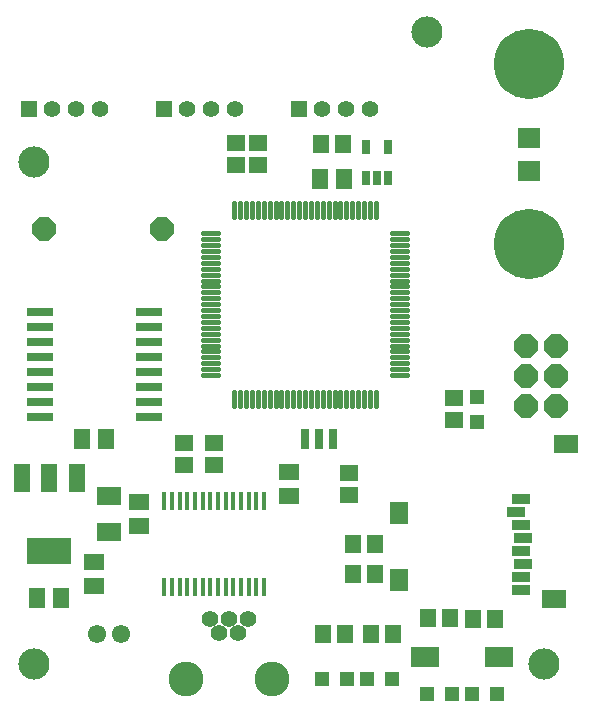
<source format=gts>
G75*
%MOIN*%
%OFA0B0*%
%FSLAX24Y24*%
%IPPOS*%
%LPD*%
%AMOC8*
5,1,8,0,0,1.08239X$1,22.5*
%
%ADD10C,0.1040*%
%ADD11R,0.0670X0.0552*%
%ADD12R,0.0552X0.0631*%
%ADD13R,0.0552X0.0670*%
%ADD14R,0.0906X0.0276*%
%ADD15C,0.0158*%
%ADD16R,0.0631X0.0552*%
%ADD17R,0.0512X0.0512*%
%ADD18OC8,0.0800*%
%ADD19OC8,0.0780*%
%ADD20R,0.0177X0.0590*%
%ADD21R,0.0827X0.0631*%
%ADD22C,0.0555*%
%ADD23C,0.1162*%
%ADD24R,0.0520X0.0920*%
%ADD25R,0.1457X0.0906*%
%ADD26R,0.0591X0.0749*%
%ADD27R,0.0788X0.0591*%
%ADD28R,0.0631X0.0355*%
%ADD29R,0.0749X0.0670*%
%ADD30R,0.0257X0.0512*%
%ADD31R,0.0555X0.0555*%
%ADD32R,0.0316X0.0709*%
%ADD33C,0.0610*%
%ADD34C,0.2340*%
%ADD35R,0.0946X0.0670*%
D10*
X006833Y007000D03*
X023833Y007000D03*
X006833Y023736D03*
X019912Y028067D03*
D11*
X015333Y013394D03*
X015333Y012606D03*
X010333Y012394D03*
X010333Y011606D03*
X008833Y010394D03*
X008833Y009606D03*
D12*
X016459Y008000D03*
X017207Y008000D03*
X018059Y008000D03*
X018807Y008000D03*
X019959Y008550D03*
X020707Y008550D03*
X021459Y008500D03*
X022207Y008500D03*
X018207Y010000D03*
X017459Y010000D03*
X017459Y011000D03*
X018207Y011000D03*
X017136Y024346D03*
X016388Y024346D03*
D13*
X016369Y023189D03*
X017156Y023189D03*
X009227Y014500D03*
X008440Y014500D03*
X007727Y009200D03*
X006940Y009200D03*
D14*
X007022Y015250D03*
X007022Y015750D03*
X007022Y016250D03*
X007022Y016750D03*
X007022Y017250D03*
X007022Y017750D03*
X007022Y018250D03*
X007022Y018750D03*
X010644Y018750D03*
X010644Y018250D03*
X010644Y017750D03*
X010644Y017250D03*
X010644Y016750D03*
X010644Y016250D03*
X010644Y015750D03*
X010644Y015250D03*
D15*
X012475Y016638D02*
X012947Y016638D01*
X012947Y016835D02*
X012475Y016835D01*
X012475Y017031D02*
X012947Y017031D01*
X012947Y017228D02*
X012475Y017228D01*
X012475Y017425D02*
X012947Y017425D01*
X012947Y017622D02*
X012475Y017622D01*
X012475Y017819D02*
X012947Y017819D01*
X012947Y018016D02*
X012475Y018016D01*
X012475Y018213D02*
X012947Y018213D01*
X012947Y018409D02*
X012475Y018409D01*
X012475Y018606D02*
X012947Y018606D01*
X012947Y018803D02*
X012475Y018803D01*
X012475Y019000D02*
X012947Y019000D01*
X012947Y019197D02*
X012475Y019197D01*
X012475Y019394D02*
X012947Y019394D01*
X012947Y019591D02*
X012475Y019591D01*
X012475Y019787D02*
X012947Y019787D01*
X012947Y019984D02*
X012475Y019984D01*
X012475Y020181D02*
X012947Y020181D01*
X012947Y020378D02*
X012475Y020378D01*
X012475Y020575D02*
X012947Y020575D01*
X012947Y020772D02*
X012475Y020772D01*
X012475Y020969D02*
X012947Y020969D01*
X012947Y021165D02*
X012475Y021165D01*
X012475Y021362D02*
X012947Y021362D01*
X013499Y021914D02*
X013499Y022386D01*
X013696Y022386D02*
X013696Y021914D01*
X013892Y021914D02*
X013892Y022386D01*
X014089Y022386D02*
X014089Y021914D01*
X014286Y021914D02*
X014286Y022386D01*
X014483Y022386D02*
X014483Y021914D01*
X014680Y021914D02*
X014680Y022386D01*
X014877Y022386D02*
X014877Y021914D01*
X015073Y021914D02*
X015073Y022386D01*
X015270Y022386D02*
X015270Y021914D01*
X015467Y021914D02*
X015467Y022386D01*
X015664Y022386D02*
X015664Y021914D01*
X015861Y021914D02*
X015861Y022386D01*
X016058Y022386D02*
X016058Y021914D01*
X016255Y021914D02*
X016255Y022386D01*
X016451Y022386D02*
X016451Y021914D01*
X016648Y021914D02*
X016648Y022386D01*
X016845Y022386D02*
X016845Y021914D01*
X017042Y021914D02*
X017042Y022386D01*
X017239Y022386D02*
X017239Y021914D01*
X017436Y021914D02*
X017436Y022386D01*
X017633Y022386D02*
X017633Y021914D01*
X017829Y021914D02*
X017829Y022386D01*
X018026Y022386D02*
X018026Y021914D01*
X018223Y021914D02*
X018223Y022386D01*
X018774Y021362D02*
X019246Y021362D01*
X019246Y021165D02*
X018774Y021165D01*
X018774Y020969D02*
X019246Y020969D01*
X019246Y020772D02*
X018774Y020772D01*
X018774Y020575D02*
X019246Y020575D01*
X019246Y020378D02*
X018774Y020378D01*
X018774Y020181D02*
X019246Y020181D01*
X019246Y019984D02*
X018774Y019984D01*
X018774Y019787D02*
X019246Y019787D01*
X019246Y019591D02*
X018774Y019591D01*
X018774Y019394D02*
X019246Y019394D01*
X019246Y019197D02*
X018774Y019197D01*
X018774Y019000D02*
X019246Y019000D01*
X019246Y018803D02*
X018774Y018803D01*
X018774Y018606D02*
X019246Y018606D01*
X019246Y018409D02*
X018774Y018409D01*
X018774Y018213D02*
X019246Y018213D01*
X019246Y018016D02*
X018774Y018016D01*
X018774Y017819D02*
X019246Y017819D01*
X019246Y017622D02*
X018774Y017622D01*
X018774Y017425D02*
X019246Y017425D01*
X019246Y017228D02*
X018774Y017228D01*
X018774Y017031D02*
X019246Y017031D01*
X019246Y016835D02*
X018774Y016835D01*
X018774Y016638D02*
X019246Y016638D01*
X018223Y016086D02*
X018223Y015614D01*
X018026Y015614D02*
X018026Y016086D01*
X017829Y016086D02*
X017829Y015614D01*
X017633Y015614D02*
X017633Y016086D01*
X017436Y016086D02*
X017436Y015614D01*
X017239Y015614D02*
X017239Y016086D01*
X017042Y016086D02*
X017042Y015614D01*
X016845Y015614D02*
X016845Y016086D01*
X016648Y016086D02*
X016648Y015614D01*
X016451Y015614D02*
X016451Y016086D01*
X016255Y016086D02*
X016255Y015614D01*
X016058Y015614D02*
X016058Y016086D01*
X015861Y016086D02*
X015861Y015614D01*
X015664Y015614D02*
X015664Y016086D01*
X015467Y016086D02*
X015467Y015614D01*
X015270Y015614D02*
X015270Y016086D01*
X015073Y016086D02*
X015073Y015614D01*
X014877Y015614D02*
X014877Y016086D01*
X014680Y016086D02*
X014680Y015614D01*
X014483Y015614D02*
X014483Y016086D01*
X014286Y016086D02*
X014286Y015614D01*
X014089Y015614D02*
X014089Y016086D01*
X013892Y016086D02*
X013892Y015614D01*
X013696Y015614D02*
X013696Y016086D01*
X013499Y016086D02*
X013499Y015614D01*
D16*
X012833Y014374D03*
X012833Y013626D03*
X011833Y013626D03*
X011833Y014374D03*
X017333Y013374D03*
X017333Y012626D03*
X020833Y015126D03*
X020833Y015874D03*
X014295Y023626D03*
X013552Y023626D03*
X013552Y024374D03*
X014295Y024374D03*
D17*
X021597Y015913D03*
X021597Y015087D03*
X018747Y006500D03*
X017920Y006500D03*
X017247Y006500D03*
X016420Y006500D03*
X019920Y006000D03*
X020747Y006000D03*
X021420Y006000D03*
X022247Y006000D03*
D18*
X011093Y021500D03*
X007156Y021500D03*
D19*
X023233Y017600D03*
X023233Y016600D03*
X023233Y015600D03*
X024233Y015600D03*
X024233Y016600D03*
X024233Y017600D03*
D20*
X014497Y012439D03*
X014241Y012439D03*
X013985Y012439D03*
X013729Y012439D03*
X013473Y012439D03*
X013217Y012439D03*
X012961Y012439D03*
X012705Y012439D03*
X012449Y012439D03*
X012194Y012439D03*
X011938Y012439D03*
X011682Y012439D03*
X011426Y012439D03*
X011170Y012439D03*
X011170Y009561D03*
X011426Y009561D03*
X011682Y009561D03*
X011938Y009561D03*
X012194Y009561D03*
X012449Y009561D03*
X012705Y009561D03*
X012961Y009561D03*
X013217Y009561D03*
X013473Y009561D03*
X013729Y009561D03*
X013985Y009561D03*
X014241Y009561D03*
X014497Y009561D03*
D21*
X009333Y011409D03*
X009333Y012591D03*
D22*
X012688Y008508D03*
X013003Y008035D03*
X013318Y008508D03*
X013633Y008035D03*
X013948Y008508D03*
X013514Y025500D03*
X012727Y025500D03*
X011940Y025500D03*
X009014Y025500D03*
X008227Y025500D03*
X007440Y025500D03*
X016440Y025500D03*
X017227Y025500D03*
X018014Y025500D03*
D23*
X014755Y006500D03*
X011881Y006500D03*
D24*
X008243Y013220D03*
X007333Y013220D03*
X006423Y013220D03*
D25*
X007333Y010780D03*
D26*
X018991Y009807D03*
X018991Y012051D03*
D27*
X024168Y009177D03*
X024562Y014354D03*
D28*
X023046Y012520D03*
X022888Y012087D03*
X023046Y011654D03*
X023125Y011220D03*
X023046Y010787D03*
X023125Y010354D03*
X023046Y009921D03*
X023046Y009488D03*
D29*
X023333Y023449D03*
X023333Y024551D03*
D30*
X018633Y024232D03*
X017885Y024232D03*
X017885Y023209D03*
X018259Y023209D03*
X018633Y023209D03*
D31*
X015652Y025500D03*
X011152Y025500D03*
X006652Y025500D03*
D32*
X015861Y014500D03*
X016333Y014500D03*
X016806Y014500D03*
D33*
X009727Y008000D03*
X008940Y008000D03*
D34*
X023333Y021000D03*
X023333Y027000D03*
D35*
X022323Y007250D03*
X019843Y007250D03*
M02*

</source>
